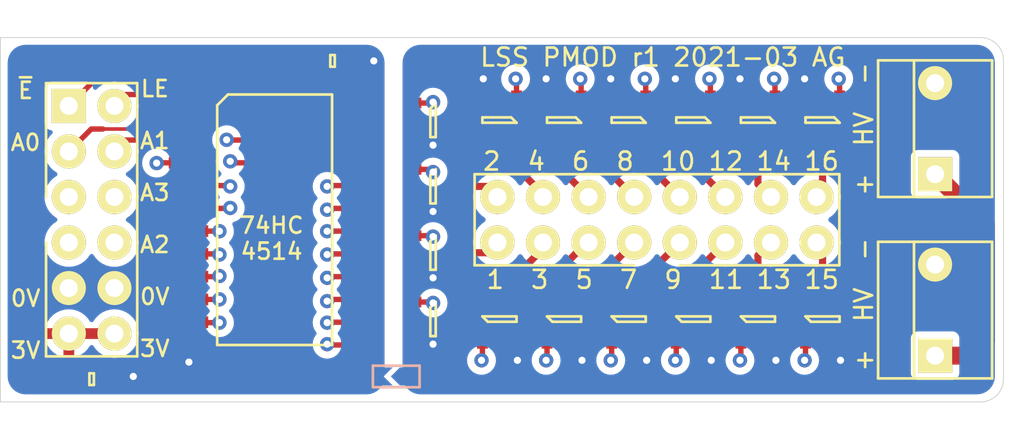
<source format=kicad_pcb>
(kicad_pcb (version 20221018) (generator pcbnew)
  (layers (0 "F.Cu" signal) (1 "In1.Cu" signal) (2 "In2.Cu" signal) (31 "B.Cu" signal) (35 "F.Paste" user) (37 "F.SilkS" user "F.Silkscreen") (38 "B.Mask" user) (39 "F.Mask" user) (44 "Edge.Cuts" user))
  (net 0 "")
  (net 1 "GND")
  (net 2 "3v3")
  (net 3 "/~{E}")
  (net 4 "/A3")
  (net 5 "/A2")
  (net 6 "/G11")
  (net 7 "/G12")
  (net 8 "/G9")
  (net 9 "/G10")
  (net 10 "/G15")
  (net 11 "/G16")
  (net 12 "/G13")
  (net 13 "/G14")
  (net 14 "/G1")
  (net 15 "/G3")
  (net 16 "/G2")
  (net 17 "/G4")
  (net 18 "/G5")
  (net 19 "/G6")
  (net 20 "/G7")
  (net 21 "/G8")
  (net 22 "/A1")
  (net 23 "/A0")
  (net 24 "/LE")
  (net 25 "Net-(J1-Pad1)")
  (net 26 "/HV-")
  (net 28 "/K16")
  (net 29 "/K15")
  (net 30 "/K14")
  (net 31 "/K13")
  (net 32 "/K12")
  (net 33 "/K11")
  (net 34 "/K10")
  (net 35 "/K9")
  (net 36 "/K8")
  (net 37 "/K7")
  (net 38 "/K6")
  (net 39 "/K5")
  (net 40 "/K4")
  (net 41 "/K3")
  (net 42 "/K2")
  (net 43 "/K1")
  (footprint "agg:DIL-254P-12" (layer "F.Cu") (at 106.68 111.76 -90)
    (fp_text reference "J3")
    (fp_text value "PMOD")
    (fp_line (start -7.62 -2.54) (end 7.62 -2.54) (stroke (width 0.15)) (layer "F.SilkS"))
    (fp_line (start -7.62 2.54) (end -7.62 -2.54) (stroke (width 0.15)) (layer "F.SilkS"))
    (fp_line (start -1.27 2.54) (end -7.62 2.54) (stroke (width 0.15)) (layer "F.SilkS"))
    (fp_line (start 7.62 -2.54) (end 7.62 2.54) (stroke (width 0.15)) (layer "F.SilkS"))
    (fp_line (start 7.62 2.54) (end 1.27 2.54) (stroke (width 0.15)) (layer "F.SilkS"))
    (pad "1" thru_hole rect (at -6.35 1.27 270) (size 1.9 1.9) (drill 1) (layers "*.Cu" "*.Mask" "F.SilkS") (net 3 "/~{E}"))
    (pad "2" thru_hole circle (at -6.35 -1.27 270) (size 1.9 1.9) (drill 1) (layers "*.Cu" "*.Mask" "F.SilkS") (net 24 "/LE"))
    (pad "3" thru_hole circle (at -3.81 1.27 270) (size 1.9 1.9) (drill 1) (layers "*.Cu" "*.Mask" "F.SilkS") (net 23 "/A0"))
    (pad "4" thru_hole circle (at -3.81 -1.27 270) (size 1.9 1.9) (drill 1) (layers "*.Cu" "*.Mask" "F.SilkS") (net 22 "/A1"))
    (pad "5" thru_hole circle (at -1.27 1.27 270) (size 1.9 1.9) (drill 1) (layers "*.Cu" "*.Mask" "F.SilkS"))
    (pad "6" thru_hole circle (at -1.27 -1.27 270) (size 1.9 1.9) (drill 1) (layers "*.Cu" "*.Mask" "F.SilkS") (net 4 "/A3"))
    (pad "7" thru_hole circle (at 1.27 1.27 270) (size 1.9 1.9) (drill 1) (layers "*.Cu" "*.Mask" "F.SilkS"))
    (pad "8" thru_hole circle (at 1.27 -1.27 270) (size 1.9 1.9) (drill 1) (layers "*.Cu" "*.Mask" "F.SilkS") (net 5 "/A2"))
    (pad "9" thru_hole circle (at 3.81 1.27 270) (size 1.9 1.9) (drill 1) (layers "*.Cu" "*.Mask" "F.SilkS") (net 1 "GND"))
    (pad "10" thru_hole circle (at 3.81 -1.27 270) (size 1.9 1.9) (drill 1) (layers "*.Cu" "*.Mask" "F.SilkS") (net 1 "GND"))
    (pad "11" thru_hole circle (at 6.35 1.27 270) (size 1.9 1.9) (drill 1) (layers "*.Cu" "*.Mask" "F.SilkS") (net 2 "3v3"))
    (pad "12" thru_hole circle (at 6.35 -1.27 270) (size 1.9 1.9) (drill 1) (layers "*.Cu" "*.Mask" "F.SilkS") (net 2 "3v3"))
  )
  (footprint "agg:MOLEX-KK-254P-03" (layer "F.Cu") (at 153.67 106.68 90)
    (fp_text reference "J2")
    (fp_text value "HV")
    (fp_line (start -3.81 -3.175) (end 3.81 -3.175) (stroke (width 0.15)) (layer "F.SilkS"))
    (fp_line (start -3.81 -1.175) (end 3.81 -1.175) (stroke (width 0.15)) (layer "F.SilkS"))
    (fp_line (start -3.81 3.175) (end -3.81 -3.175) (stroke (width 0.15)) (layer "F.SilkS"))
    (fp_line (start 3.81 -3.175) (end 3.81 3.175) (stroke (width 0.15)) (layer "F.SilkS"))
    (fp_line (start 3.81 3.175) (end -3.81 3.175) (stroke (width 0.15)) (layer "F.SilkS"))
    (pad "1" thru_hole rect (at -2.54 0 90) (size 1.9 1.9) (drill 1) (layers "*.Cu" "*.Mask" "F.SilkS") (net 25 "Net-(J1-Pad1)"))
    (pad "3" thru_hole circle (at 2.54 0 90) (size 1.9 1.9) (drill 1) (layers "*.Cu" "*.Mask" "F.SilkS") (net 26 "/HV-"))
  )
  (footprint "agg:SOT-23" (layer "F.Cu") (at 136.6 117.3 90)
    (fp_text reference "Q9")
    (fp_text value "DMN60H080DS-7")
    (fp_line (start -0.15 -0.65) (end 0.15 -0.95) (stroke (width 0.15)) (layer "F.SilkS"))
    (fp_line (start -0.15 0.95) (end -0.15 -0.65) (stroke (width 0.15)) (layer "F.SilkS"))
    (fp_line (start 0.15 -0.95) (end 0.15 -0.95) (stroke (width 0.15)) (layer "F.SilkS"))
    (fp_line (start 0.15 -0.95) (end 0.15 0.95) (stroke (width 0.15)) (layer "F.SilkS"))
    (fp_line (start 0.15 0.95) (end -0.15 0.95) (stroke (width 0.15)) (layer "F.SilkS"))
    (pad "1" smd rect (at -1.15 -0.95 90) (size 1 0.6) (layers "F.Cu" "F.Paste" "F.Mask") (net 8 "/G9"))
    (pad "2" smd rect (at -1.15 0.95 90) (size 1 0.6) (layers "F.Cu" "F.Paste" "F.Mask") (net 26 "/HV-"))
    (pad "3" smd rect (at 1.15 0 90) (size 1 0.6) (layers "F.Cu" "F.Paste" "F.Mask") (net 35 "/K9"))
  )
  (footprint "agg:SOT-23" (layer "F.Cu") (at 147.4 117.3 90)
    (fp_text reference "Q15")
    (fp_text value "DMN60H080DS-7")
    (fp_line (start -0.15 -0.65) (end 0.15 -0.95) (stroke (width 0.15)) (layer "F.SilkS"))
    (fp_line (start -0.15 0.95) (end -0.15 -0.65) (stroke (width 0.15)) (layer "F.SilkS"))
    (fp_line (start 0.15 -0.95) (end 0.15 -0.95) (stroke (width 0.15)) (layer "F.SilkS"))
    (fp_line (start 0.15 -0.95) (end 0.15 0.95) (stroke (width 0.15)) (layer "F.SilkS"))
    (fp_line (start 0.15 0.95) (end -0.15 0.95) (stroke (width 0.15)) (layer "F.SilkS"))
    (pad "1" smd rect (at -1.15 -0.95 90) (size 1 0.6) (layers "F.Cu" "F.Paste" "F.Mask") (net 10 "/G15"))
    (pad "2" smd rect (at -1.15 0.95 90) (size 1 0.6) (layers "F.Cu" "F.Paste" "F.Mask") (net 26 "/HV-"))
    (pad "3" smd rect (at 1.15 0 90) (size 1 0.6) (layers "F.Cu" "F.Paste" "F.Mask") (net 29 "/K15"))
  )
  (footprint "agg:SOT-23" (layer "F.Cu") (at 125.7 106.2)
    (fp_text reference "Q4")
    (fp_text value "DMN60H080DS-7")
    (fp_line (start -0.15 -0.65) (end 0.15 -0.95) (stroke (width 0.15)) (layer "F.SilkS"))
    (fp_line (start -0.15 0.95) (end -0.15 -0.65) (stroke (width 0.15)) (layer "F.SilkS"))
    (fp_line (start 0.15 -0.95) (end 0.15 -0.95) (stroke (width 0.15)) (layer "F.SilkS"))
    (fp_line (start 0.15 -0.95) (end 0.15 0.95) (stroke (width 0.15)) (layer "F.SilkS"))
    (fp_line (start 0.15 0.95) (end -0.15 0.95) (stroke (width 0.15)) (layer "F.SilkS"))
    (pad "1" smd rect (at -1.15 -0.95) (size 1 0.6) (layers "F.Cu" "F.Paste" "F.Mask") (net 17 "/G4"))
    (pad "2" smd rect (at -1.15 0.95) (size 1 0.6) (layers "F.Cu" "F.Paste" "F.Mask") (net 26 "/HV-"))
    (pad "3" smd rect (at 1.15 0) (size 1 0.6) (layers "F.Cu" "F.Paste" "F.Mask") (net 40 "/K4"))
  )
  (footprint "agg:SOT-23" (layer "F.Cu") (at 136.6 106.2 -90)
    (fp_text reference "Q10")
    (fp_text value "DMN60H080DS-7")
    (fp_line (start -0.15 -0.65) (end 0.15 -0.95) (stroke (width 0.15)) (layer "F.SilkS"))
    (fp_line (start -0.15 0.95) (end -0.15 -0.65) (stroke (width 0.15)) (layer "F.SilkS"))
    (fp_line (start 0.15 -0.95) (end 0.15 -0.95) (stroke (width 0.15)) (layer "F.SilkS"))
    (fp_line (start 0.15 -0.95) (end 0.15 0.95) (stroke (width 0.15)) (layer "F.SilkS"))
    (fp_line (start 0.15 0.95) (end -0.15 0.95) (stroke (width 0.15)) (layer "F.SilkS"))
    (pad "1" smd rect (at -1.15 -0.95 270) (size 1 0.6) (layers "F.Cu" "F.Paste" "F.Mask") (net 9 "/G10"))
    (pad "2" smd rect (at -1.15 0.95 270) (size 1 0.6) (layers "F.Cu" "F.Paste" "F.Mask") (net 26 "/HV-"))
    (pad "3" smd rect (at 1.15 0 270) (size 1 0.6) (layers "F.Cu" "F.Paste" "F.Mask") (net 34 "/K10"))
  )
  (footprint "agg:DIL-254P-16" (layer "F.Cu") (at 138.176 111.76)
    (fp_text reference "J4")
    (fp_text value "CATHODES")
    (fp_line (start -10.16 -2.54) (end 10.16 -2.54) (stroke (width 0.15)) (layer "F.SilkS"))
    (fp_line (start -10.16 2.54) (end -10.16 -2.54) (stroke (width 0.15)) (layer "F.SilkS"))
    (fp_line (start -1.27 2.54) (end -10.16 2.54) (stroke (width 0.15)) (layer "F.SilkS"))
    (fp_line (start 10.16 -2.54) (end 10.16 2.54) (stroke (width 0.15)) (layer "F.SilkS"))
    (fp_line (start 10.16 2.54) (end 1.27 2.54) (stroke (width 0.15)) (layer "F.SilkS"))
    (pad "1" thru_hole circle (at -8.89 1.27) (size 1.9 1.9) (drill 1) (layers "*.Cu" "*.Mask" "F.SilkS") (net 43 "/K1"))
    (pad "2" thru_hole circle (at -8.89 -1.27) (size 1.9 1.9) (drill 1) (layers "*.Cu" "*.Mask" "F.SilkS") (net 42 "/K2"))
    (pad "3" thru_hole circle (at -6.35 1.27) (size 1.9 1.9) (drill 1) (layers "*.Cu" "*.Mask" "F.SilkS") (net 41 "/K3"))
    (pad "4" thru_hole circle (at -6.35 -1.27) (size 1.9 1.9) (drill 1) (layers "*.Cu" "*.Mask" "F.SilkS") (net 40 "/K4"))
    (pad "5" thru_hole circle (at -3.81 1.27) (size 1.9 1.9) (drill 1) (layers "*.Cu" "*.Mask" "F.SilkS") (net 39 "/K5"))
    (pad "6" thru_hole circle (at -3.81 -1.27) (size 1.9 1.9) (drill 1) (layers "*.Cu" "*.Mask" "F.SilkS") (net 38 "/K6"))
    (pad "7" thru_hole circle (at -1.27 1.27) (size 1.9 1.9) (drill 1) (layers "*.Cu" "*.Mask" "F.SilkS") (net 37 "/K7"))
    (pad "8" thru_hole circle (at -1.27 -1.27) (size 1.9 1.9) (drill 1) (layers "*.Cu" "*.Mask" "F.SilkS") (net 36 "/K8"))
    (pad "9" thru_hole circle (at 1.27 1.27) (size 1.9 1.9) (drill 1) (layers "*.Cu" "*.Mask" "F.SilkS") (net 35 "/K9"))
    (pad "10" thru_hole circle (at 1.27 -1.27) (size 1.9 1.9) (drill 1) (layers "*.Cu" "*.Mask" "F.SilkS") (net 34 "/K10"))
    (pad "11" thru_hole circle (at 3.81 1.27) (size 1.9 1.9) (drill 1) (layers "*.Cu" "*.Mask" "F.SilkS") (net 33 "/K11"))
    (pad "12" thru_hole circle (at 3.81 -1.27) (size 1.9 1.9) (drill 1) (layers "*.Cu" "*.Mask" "F.SilkS") (net 32 "/K12"))
    (pad "13" thru_hole circle (at 6.35 1.27) (size 1.9 1.9) (drill 1) (layers "*.Cu" "*.Mask" "F.SilkS") (net 31 "/K13"))
    (pad "14" thru_hole circle (at 6.35 -1.27) (size 1.9 1.9) (drill 1) (layers "*.Cu" "*.Mask" "F.SilkS") (net 30 "/K14"))
    (pad "15" thru_hole circle (at 8.89 1.27) (size 1.9 1.9) (drill 1) (layers "*.Cu" "*.Mask" "F.SilkS") (net 29 "/K15"))
    (pad "16" thru_hole circle (at 8.89 -1.27) (size 1.9 1.9) (drill 1) (layers "*.Cu" "*.Mask" "F.SilkS") (net 28 "/K16"))
  )
  (footprint "agg:SOT-23" (layer "F.Cu") (at 125.7 113.6)
    (fp_text reference "Q1")
    (fp_text value "DMN60H080DS-7")
    (fp_line (start -0.15 -0.65) (end 0.15 -0.95) (stroke (width 0.15)) (layer "F.SilkS"))
    (fp_line (start -0.15 0.95) (end -0.15 -0.65) (stroke (width 0.15)) (layer "F.SilkS"))
    (fp_line (start 0.15 -0.95) (end 0.15 -0.95) (stroke (width 0.15)) (layer "F.SilkS"))
    (fp_line (start 0.15 -0.95) (end 0.15 0.95) (stroke (width 0.15)) (layer "F.SilkS"))
    (fp_line (start 0.15 0.95) (end -0.15 0.95) (stroke (width 0.15)) (layer "F.SilkS"))
    (pad "1" smd rect (at -1.15 -0.95) (size 1 0.6) (layers "F.Cu" "F.Paste" "F.Mask") (net 14 "/G1"))
    (pad "2" smd rect (at -1.15 0.95) (size 1 0.6) (layers "F.Cu" "F.Paste" "F.Mask") (net 26 "/HV-"))
    (pad "3" smd rect (at 1.15 0) (size 1 0.6) (layers "F.Cu" "F.Paste" "F.Mask") (net 43 "/K1"))
  )
  (footprint "agg:SOT-23" (layer "F.Cu") (at 125.7 109.9)
    (fp_text reference "Q2")
    (fp_text value "DMN60H080DS-7")
    (fp_line (start -0.15 -0.65) (end 0.15 -0.95) (stroke (width 0.15)) (layer "F.SilkS"))
    (fp_line (start -0.15 0.95) (end -0.15 -0.65) (stroke (width 0.15)) (layer "F.SilkS"))
    (fp_line (start 0.15 -0.95) (end 0.15 -0.95) (stroke (width 0.15)) (layer "F.SilkS"))
    (fp_line (start 0.15 -0.95) (end 0.15 0.95) (stroke (width 0.15)) (layer "F.SilkS"))
    (fp_line (start 0.15 0.95) (end -0.15 0.95) (stroke (width 0.15)) (layer "F.SilkS"))
    (pad "1" smd rect (at -1.15 -0.95) (size 1 0.6) (layers "F.Cu" "F.Paste" "F.Mask") (net 16 "/G2"))
    (pad "2" smd rect (at -1.15 0.95) (size 1 0.6) (layers "F.Cu" "F.Paste" "F.Mask") (net 26 "/HV-"))
    (pad "3" smd rect (at 1.15 0) (size 1 0.6) (layers "F.Cu" "F.Paste" "F.Mask") (net 42 "/K2"))
  )
  (footprint "agg:SOT-23" (layer "F.Cu") (at 143.8 117.3 90)
    (fp_text reference "Q13")
    (fp_text value "DMN60H080DS-7")
    (fp_line (start -0.15 -0.65) (end 0.15 -0.95) (stroke (width 0.15)) (layer "F.SilkS"))
    (fp_line (start -0.15 0.95) (end -0.15 -0.65) (stroke (width 0.15)) (layer "F.SilkS"))
    (fp_line (start 0.15 -0.95) (end 0.15 -0.95) (stroke (width 0.15)) (layer "F.SilkS"))
    (fp_line (start 0.15 -0.95) (end 0.15 0.95) (stroke (width 0.15)) (layer "F.SilkS"))
    (fp_line (start 0.15 0.95) (end -0.15 0.95) (stroke (width 0.15)) (layer "F.SilkS"))
    (pad "1" smd rect (at -1.15 -0.95 90) (size 1 0.6) (layers "F.Cu" "F.Paste" "F.Mask") (net 12 "/G13"))
    (pad "2" smd rect (at -1.15 0.95 90) (size 1 0.6) (layers "F.Cu" "F.Paste" "F.Mask") (net 26 "/HV-"))
    (pad "3" smd rect (at 1.15 0 90) (size 1 0.6) (layers "F.Cu" "F.Paste" "F.Mask") (net 31 "/K13"))
  )
  (footprint "agg:SOT-23" (layer "F.Cu") (at 147.4 106.2 -90)
    (fp_text reference "Q16")
    (fp_text value "DMN60H080DS-7")
    (fp_line (start -0.15 -0.65) (end 0.15 -0.95) (stroke (width 0.15)) (layer "F.SilkS"))
    (fp_line (start -0.15 0.95) (end -0.15 -0.65) (stroke (width 0.15)) (layer "F.SilkS"))
    (fp_line (start 0.15 -0.95) (end 0.15 -0.95) (stroke (width 0.15)) (layer "F.SilkS"))
    (fp_line (start 0.15 -0.95) (end 0.15 0.95) (stroke (width 0.15)) (layer "F.SilkS"))
    (fp_line (start 0.15 0.95) (end -0.15 0.95) (stroke (width 0.15)) (layer "F.SilkS"))
    (pad "1" smd rect (at -1.15 -0.95 270) (size 1 0.6) (layers "F.Cu" "F.Paste" "F.Mask") (net 11 "/G16"))
    (pad "2" smd rect (at -1.15 0.95 270) (size 1 0.6) (layers "F.Cu" "F.Paste" "F.Mask") (net 26 "/HV-"))
    (pad "3" smd rect (at 1.15 0 270) (size 1 0.6) (layers "F.Cu" "F.Paste" "F.Mask") (net 28 "/K16"))
  )
  (footprint "agg:SOT-23" (layer "F.Cu") (at 125.7 117.3)
    (fp_text reference "Q3")
    (fp_text value "DMN60H080DS-7")
    (fp_line (start -0.15 -0.65) (end 0.15 -0.95) (stroke (width 0.15)) (layer "F.SilkS"))
    (fp_line (start -0.15 0.95) (end -0.15 -0.65) (stroke (width 0.15)) (layer "F.SilkS"))
    (fp_line (start 0.15 -0.95) (end 0.15 -0.95) (stroke (width 0.15)) (layer "F.SilkS"))
    (fp_line (start 0.15 -0.95) (end 0.15 0.95) (stroke (width 0.15)) (layer "F.SilkS"))
    (fp_line (start 0.15 0.95) (end -0.15 0.95) (stroke (width 0.15)) (layer "F.SilkS"))
    (pad "1" smd rect (at -1.15 -0.95) (size 1 0.6) (layers "F.Cu" "F.Paste" "F.Mask") (net 15 "/G3"))
    (pad "2" smd rect (at -1.15 0.95) (size 1 0.6) (layers "F.Cu" "F.Paste" "F.Mask") (net 26 "/HV-"))
    (pad "3" smd rect (at 1.15 0) (size 1 0.6) (layers "F.Cu" "F.Paste" "F.Mask") (net 41 "/K3"))
  )
  (footprint "agg:0603" (layer "F.Cu") (at 106.68 120.65)
    (fp_text reference "C2")
    (fp_text value "100n")
    (fp_line (start -0.125 -0.325) (end 0.125 -0.325) (stroke (width 0.15)) (layer "F.SilkS"))
    (fp_line (start -0.125 0.325) (end -0.125 -0.325) (stroke (width 0.15)) (layer "F.SilkS"))
    (fp_line (start 0.125 -0.325) (end 0.125 0.325) (stroke (width 0.15)) (layer "F.SilkS"))
    (fp_line (start 0.125 0.325) (end -0.125 0.325) (stroke (width 0.15)) (layer "F.SilkS"))
    (pad "1" smd rect (at -0.8 0) (size 0.95 1) (layers "F.Cu" "F.Paste" "F.Mask") (net 2 "3v3"))
    (pad "2" smd rect (at 0.8 0) (size 0.95 1) (layers "F.Cu" "F.Paste" "F.Mask") (net 1 "GND"))
  )
  (footprint "agg:SOT-23" (layer "F.Cu") (at 133 117.3 90)
    (fp_text reference "Q7")
    (fp_text value "DMN60H080DS-7")
    (fp_line (start -0.15 -0.65) (end 0.15 -0.95) (stroke (width 0.15)) (layer "F.SilkS"))
    (fp_line (start -0.15 0.95) (end -0.15 -0.65) (stroke (width 0.15)) (layer "F.SilkS"))
    (fp_line (start 0.15 -0.95) (end 0.15 -0.95) (stroke (width 0.15)) (layer "F.SilkS"))
    (fp_line (start 0.15 -0.95) (end 0.15 0.95) (stroke (width 0.15)) (layer "F.SilkS"))
    (fp_line (start 0.15 0.95) (end -0.15 0.95) (stroke (width 0.15)) (layer "F.SilkS"))
    (pad "1" smd rect (at -1.15 -0.95 90) (size 1 0.6) (layers "F.Cu" "F.Paste" "F.Mask") (net 20 "/G7"))
    (pad "2" smd rect (at -1.15 0.95 90) (size 1 0.6) (layers "F.Cu" "F.Paste" "F.Mask") (net 26 "/HV-"))
    (pad "3" smd rect (at 1.15 0 90) (size 1 0.6) (layers "F.Cu" "F.Paste" "F.Mask") (net 37 "/K7"))
  )
  (footprint "agg:SOT-23" (layer "F.Cu") (at 129.4 117.3 90)
    (fp_text reference "Q5")
    (fp_text value "DMN60H080DS-7")
    (fp_line (start -0.15 -0.65) (end 0.15 -0.95) (stroke (width 0.15)) (layer "F.SilkS"))
    (fp_line (start -0.15 0.95) (end -0.15 -0.65) (stroke (width 0.15)) (layer "F.SilkS"))
    (fp_line (start 0.15 -0.95) (end 0.15 -0.95) (stroke (width 0.15)) (layer "F.SilkS"))
    (fp_line (start 0.15 -0.95) (end 0.15 0.95) (stroke (width 0.15)) (layer "F.SilkS"))
    (fp_line (start 0.15 0.95) (end -0.15 0.95) (stroke (width 0.15)) (layer "F.SilkS"))
    (pad "1" smd rect (at -1.15 -0.95 90) (size 1 0.6) (layers "F.Cu" "F.Paste" "F.Mask") (net 18 "/G5"))
    (pad "2" smd rect (at -1.15 0.95 90) (size 1 0.6) (layers "F.Cu" "F.Paste" "F.Mask") (net 26 "/HV-"))
    (pad "3" smd rect (at 1.15 0 90) (size 1 0.6) (layers "F.Cu" "F.Paste" "F.Mask") (net 39 "/K5"))
  )
  (footprint "agg:SOT-23" (layer "F.Cu") (at 129.4 106.2 -90)
    (fp_text reference "Q6")
    (fp_text value "DMN60H080DS-7")
    (fp_line (start -0.15 -0.65) (end 0.15 -0.95) (stroke (width 0.15)) (layer "F.SilkS"))
    (fp_line (start -0.15 0.95) (end -0.15 -0.65) (stroke (width 0.15)) (layer "F.SilkS"))
    (fp_line (start 0.15 -0.95) (end 0.15 -0.95) (stroke (width 0.15)) (layer "F.SilkS"))
    (fp_line (start 0.15 -0.95) (end 0.15 0.95) (stroke (width 0.15)) (layer "F.SilkS"))
    (fp_line (start 0.15 0.95) (end -0.15 0.95) (stroke (width 0.15)) (layer "F.SilkS"))
    (pad "1" smd rect (at -1.15 -0.95 270) (size 1 0.6) (layers "F.Cu" "F.Paste" "F.Mask") (net 19 "/G6"))
    (pad "2" smd rect (at -1.15 0.95 270) (size 1 0.6) (layers "F.Cu" "F.Paste" "F.Mask") (net 26 "/HV-"))
    (pad "3" smd rect (at 1.15 0 270) (size 1 0.6) (layers "F.Cu" "F.Paste" "F.Mask") (net 38 "/K6"))
  )
  (footprint "agg:SOT-23" (layer "F.Cu") (at 140.2 106.2 -90)
    (fp_text reference "Q12")
    (fp_text value "DMN60H080DS-7")
    (fp_line (start -0.15 -0.65) (end 0.15 -0.95) (stroke (width 0.15)) (layer "F.SilkS"))
    (fp_line (start -0.15 0.95) (end -0.15 -0.65) (stroke (width 0.15)) (layer "F.SilkS"))
    (fp_line (start 0.15 -0.95) (end 0.15 -0.95) (stroke (width 0.15)) (layer "F.SilkS"))
    (fp_line (start 0.15 -0.95) (end 0.15 0.95) (stroke (width 0.15)) (layer "F.SilkS"))
    (fp_line (start 0.15 0.95) (end -0.15 0.95) (stroke (width 0.15)) (layer "F.SilkS"))
    (pad "1" smd rect (at -1.15 -0.95 270) (size 1 0.6) (layers "F.Cu" "F.Paste" "F.Mask") (net 7 "/G12"))
    (pad "2" smd rect (at -1.15 0.95 270) (size 1 0.6) (layers "F.Cu" "F.Paste" "F.Mask") (net 26 "/HV-"))
    (pad "3" smd rect (at 1.15 0 270) (size 1 0.6) (layers "F.Cu" "F.Paste" "F.Mask") (net 32 "/K12"))
  )
  (footprint "agg:SOT-23" (layer "F.Cu") (at 140.2 117.3 90)
    (fp_text reference "Q11")
    (fp_text value "DMN60H080DS-7")
    (fp_line (start -0.15 -0.65) (end 0.15 -0.95) (stroke (width 0.15)) (layer "F.SilkS"))
    (fp_line (start -0.15 0.95) (end -0.15 -0.65) (stroke (width 0.15)) (layer "F.SilkS"))
    (fp_line (start 0.15 -0.95) (end 0.15 -0.95) (stroke (width 0.15)) (layer "F.SilkS"))
    (fp_line (start 0.15 -0.95) (end 0.15 0.95) (stroke (width 0.15)) (layer "F.SilkS"))
    (fp_line (start 0.15 0.95) (end -0.15 0.95) (stroke (width 0.15)) (layer "F.SilkS"))
    (pad "1" smd rect (at -1.15 -0.95 90) (size 1 0.6) (layers "F.Cu" "F.Paste" "F.Mask") (net 6 "/G11"))
    (pad "2" smd rect (at -1.15 0.95 90) (size 1 0.6) (layers "F.Cu" "F.Paste" "F.Mask") (net 26 "/HV-"))
    (pad "3" smd rect (at 1.15 0 90) (size 1 0.6) (layers "F.Cu" "F.Paste" "F.Mask") (net 33 "/K11"))
  )
  (footprint "agg:0603" (layer "F.Cu") (at 120.1 102.9 180)
    (fp_text reference "C1")
    (fp_text value "100n")
    (fp_line (start -0.125 -0.325) (end 0.125 -0.325) (stroke (width 0.15)) (layer "F.SilkS"))
    (fp_line (start -0.125 0.325) (end -0.125 -0.325) (stroke (width 0.15)) (layer "F.SilkS"))
    (fp_line (start 0.125 -0.325) (end 0.125 0.325) (stroke (width 0.15)) (layer "F.SilkS"))
    (fp_line (start 0.125 0.325) (end -0.125 0.325) (stroke (width 0.15)) (layer "F.SilkS"))
    (pad "1" smd rect (at -0.8 0 180) (size 0.95 1) (layers "F.Cu" "F.Paste" "F.Mask") (net 1 "GND"))
    (pad "2" smd rect (at 0.8 0 180) (size 0.95 1) (layers "F.Cu" "F.Paste" "F.Mask") (net 2 "3v3"))
  )
  (footprint "agg:SOIC-24-W" (layer "F.Cu") (at 116.875 111.76)
    (fp_text reference "IC1")
    (fp_text value "74HC4514")
    (fp_line (start -3.2 -6.385) (end -2.6 -6.985) (stroke (width 0.15)) (layer "F.SilkS"))
    (fp_line (start -3.2 6.985) (end -3.2 -6.385) (stroke (width 0.15)) (layer "F.SilkS"))
    (fp_line (start -2.6 -6.985) (end 3.2 -6.985) (stroke (width 0.15)) (layer "F.SilkS"))
    (fp_line (start 3.2 -6.985) (end 3.2 6.985) (stroke (width 0.15)) (layer "F.SilkS"))
    (fp_line (start 3.2 6.985) (end -3.2 6.985) (stroke (width 0.15)) (layer "F.SilkS"))
    (pad "1" smd rect (at -4.8 -6.985) (size 2.2 0.65) (layers "F.Cu" "F.Paste" "F.Mask") (net 24 "/LE"))
    (pad "2" smd rect (at -4.8 -5.715) (size 2.2 0.65) (layers "F.Cu" "F.Paste" "F.Mask") (net 23 "/A0"))
    (pad "3" smd rect (at -4.8 -4.445) (size 2.2 0.65) (layers "F.Cu" "F.Paste" "F.Mask") (net 22 "/A1"))
    (pad "4" smd rect (at -4.8 -3.175) (size 2.2 0.65) (layers "F.Cu" "F.Paste" "F.Mask") (net 21 "/G8"))
    (pad "5" smd rect (at -4.8 -1.905) (size 2.2 0.65) (layers "F.Cu" "F.Paste" "F.Mask") (net 20 "/G7"))
    (pad "6" smd rect (at -4.8 -0.635) (size 2.2 0.65) (layers "F.Cu" "F.Paste" "F.Mask") (net 19 "/G6"))
    (pad "7" smd rect (at -4.8 0.635) (size 2.2 0.65) (layers "F.Cu" "F.Paste" "F.Mask") (net 18 "/G5"))
    (pad "8" smd rect (at -4.8 1.905) (size 2.2 0.65) (layers "F.Cu" "F.Paste" "F.Mask") (net 17 "/G4"))
    (pad "9" smd rect (at -4.8 3.175) (size 2.2 0.65) (layers "F.Cu" "F.Paste" "F.Mask") (net 16 "/G2"))
    (pad "10" smd rect (at -4.8 4.445) (size 2.2 0.65) (layers "F.Cu" "F.Paste" "F.Mask") (net 15 "/G3"))
    (pad "11" smd rect (at -4.8 5.715) (size 2.2 0.65) (layers "F.Cu" "F.Paste" "F.Mask") (net 14 "/G1"))
    (pad "12" smd rect (at -4.8 6.985) (size 2.2 0.65) (layers "F.Cu" "F.Paste" "F.Mask") (net 1 "GND"))
    (pad "13" smd rect (at 4.8 6.985) (size 2.2 0.65) (layers "F.Cu" "F.Paste" "F.Mask") (net 13 "/G14"))
    (pad "14" smd rect (at 4.8 5.715) (size 2.2 0.65) (layers "F.Cu" "F.Paste" "F.Mask") (net 12 "/G13"))
    (pad "15" smd rect (at 4.8 4.445) (size 2.2 0.65) (layers "F.Cu" "F.Paste" "F.Mask") (net 11 "/G16"))
    (pad "16" smd rect (at 4.8 3.175) (size 2.2 0.65) (layers "F.Cu" "F.Paste" "F.Mask") (net 10 "/G15"))
    (pad "17" smd rect (at 4.8 1.905) (size 2.2 0.65) (layers "F.Cu" "F.Paste" "F.Mask") (net 9 "/G10"))
    (pad "18" smd rect (at 4.8 0.635) (size 2.2 0.65) (layers "F.Cu" "F.Paste" "F.Mask") (net 8 "/G9"))
    (pad "19" smd rect (at 4.8 -0.635) (size 2.2 0.65) (layers "F.Cu" "F.Paste" "F.Mask") (net 7 "/G12"))
    (pad "20" smd rect (at 4.8 -1.905) (size 2.2 0.65) (layers "F.Cu" "F.Paste" "F.Mask") (net 6 "/G11"))
    (pad "21" smd rect (at 4.8 -3.175) (size 2.2 0.65) (layers "F.Cu" "F.Paste" "F.Mask") (net 5 "/A2"))
    (pad "22" smd rect (at 4.8 -4.445) (size 2.2 0.65) (layers "F.Cu" "F.Paste" "F.Mask") (net 4 "/A3"))
    (pad "23" smd rect (at 4.8 -5.715) (size 2.2 0.65) (layers "F.Cu" "F.Paste" "F.Mask") (net 3 "/~{E}"))
    (pad "24" smd rect (at 4.8 -6.985) (size 2.2 0.65) (layers "F.Cu" "F.Paste" "F.Mask") (net 2 "3v3"))
  )
  (footprint "agg:SOT-23" (layer "F.Cu") (at 133 106.2 -90)
    (fp_text reference "Q8")
    (fp_text value "DMN60H080DS-7")
    (fp_line (start -0.15 -0.65) (end 0.15 -0.95) (stroke (width 0.15)) (layer "F.SilkS"))
    (fp_line (start -0.15 0.95) (end -0.15 -0.65) (stroke (width 0.15)) (layer "F.SilkS"))
    (fp_line (start 0.15 -0.95) (end 0.15 -0.95) (stroke (width 0.15)) (layer "F.SilkS"))
    (fp_line (start 0.15 -0.95) (end 0.15 0.95) (stroke (width 0.15)) (layer "F.SilkS"))
    (fp_line (start 0.15 0.95) (end -0.15 0.95) (stroke (width 0.15)) (layer "F.SilkS"))
    (pad "1" smd rect (at -1.15 -0.95 270) (size 1 0.6) (layers "F.Cu" "F.Paste" "F.Mask") (net 21 "/G8"))
    (pad "2" smd rect (at -1.15 0.95 270) (size 1 0.6) (layers "F.Cu" "F.Paste" "F.Mask") (net 26 "/HV-"))
    (pad "3" smd rect (at 1.15 0 270) (size 1 0.6) (layers "F.Cu" "F.Paste" "F.Mask") (net 36 "/K8"))
  )
  (footprint "agg:MOLEX-KK-254P-03" (layer "F.Cu") (at 153.67 116.8 90)
    (fp_text reference "J1")
    (fp_text value "HV")
    (fp_line (start -3.81 -3.175) (end 3.81 -3.175) (stroke (width 0.15)) (layer "F.SilkS"))
    (fp_line (start -3.81 -1.175) (end 3.81 -1.175) (stroke (width 0.15)) (layer "F.SilkS"))
    (fp_line (start -3.81 3.175) (end -3.81 -3.175) (stroke (width 0.15)) (layer "F.SilkS"))
    (fp_line (start 3.81 -3.175) (end 3.81 3.175) (stroke (width 0.15)) (layer "F.SilkS"))
    (fp_line (start 3.81 3.175) (end -3.81 3.175) (stroke (width 0.15)) (layer "F.SilkS"))
    (pad "1" thru_hole rect (at -2.54 0 90) (size 1.9 1.9) (drill 1) (layers "*.Cu" "*.Mask" "F.SilkS") (net 25 "Net-(J1-Pad1)"))
    (pad "3" thru_hole circle (at 2.54 0 90) (size 1.9 1.9) (drill 1) (layers "*.Cu" "*.Mask" "F.SilkS") (net 26 "/HV-"))
  )
  (footprint "agg:SOT-23" (layer "F.Cu") (at 143.8 106.2 -90)
    (fp_text reference "Q14")
    (fp_text value "DMN60H080DS-7")
    (fp_line (start -0.15 -0.65) (end 0.15 -0.95) (stroke (width 0.15)) (layer "F.SilkS"))
    (fp_line (start -0.15 0.95) (end -0.15 -0.65) (stroke (width 0.15)) (layer "F.SilkS"))
    (fp_line (start 0.15 -0.95) (end 0.15 -0.95) (stroke (width 0.15)) (layer "F.SilkS"))
    (fp_line (start 0.15 -0.95) (end 0.15 0.95) (stroke (width 0.15)) (layer "F.SilkS"))
    (fp_line (start 0.15 0.95) (end -0.15 0.95) (stroke (width 0.15)) (layer "F.SilkS"))
    (pad "1" smd rect (at -1.15 -0.95 270) (size 1 0.6) (layers "F.Cu" "F.Paste" "F.Mask") (net 13 "/G14"))
    (pad "2" smd rect (at -1.15 0.95 270) (size 1 0.6) (layers "F.Cu" "F.Paste" "F.Mask") (net 26 "/HV-"))
    (pad "3" smd rect (at 1.15 0 270) (size 1 0.6) (layers "F.Cu" "F.Paste" "F.Mask") (net 30 "/K14"))
  )
  (footprint "agg:SJ2" (layer "B.Cu") (at 123.5 120.5 180)
    (fp_text reference "J5")
    (fp_text value "SJ2")
    (fp_line (start -1.45 -0.6) (end 1.15 -0.6) (stroke (width 0.15)) (layer "B.SilkS"))
    (fp_line (start -1.45 0.6) (end -1.45 -0.6) (stroke (width 0.15)) (layer "B.SilkS"))
    (fp_line (start 1.15 -0.6) (end 1.15 0.6) (stroke (width 0.15)) (layer "B.SilkS"))
    (fp_line (start 1.15 0.6) (end -1.45 0.6) (stroke (width 0.15)) (layer "B.SilkS"))
    (pad "1" smd custom (at -0.85 0 180) (size 1 1) (layers "B.Cu" "B.Mask") (net 26 "/HV-") (options (clearance outline) (anchor rect)) (primitives (gr_poly (pts (xy 0.5 -0.5) (xy 1 0) (xy 0.5 0.5)) (width 0) (fill yes))))
    (pad "2" smd custom (at 0.85 0 180) (size 0.4 0.4) (layers "B.Cu" "B.Mask") (net 1 "GND") (options (clearance outline) (anchor rect)) (primitives (gr_poly (pts (xy -0.8 -0.5) (xy -0.3 0) (xy -0.8 0.5) (xy 0.2 0.5) (xy 0.2 -0.5)) (width 0) (fill yes))))
  )
  (gr_arc (start 156.21 101.6) (mid 157.108026 101.971974) (end 157.48 102.87) (stroke (width 0.05)) (layer "Edge.Cuts"))
  (gr_line (start 156.21 101.6) (end 101.6 101.6) (stroke (width 0.05)) (layer "Edge.Cuts"))
  (gr_arc (start 157.48 120.65) (mid 157.108026 121.548026) (end 156.21 121.92) (stroke (width 0.05)) (layer "Edge.Cuts"))
  (gr_line (start 101.6 121.92) (end 156.21 121.92) (stroke (width 0.05)) (layer "Edge.Cuts"))
  (gr_line (start 157.48 120.65) (end 157.48 102.87) (stroke (width 0.05)) (layer "Edge.Cuts"))
  (gr_line (start 101.6 101.6) (end 101.6 121.92) (stroke (width 0.05)) (layer "Edge.Cuts"))
  (gr_text "74HC\n4514" (at 116.7 112.8) (layer "F.SilkS") (effects (font (size 0.9 0.9))))
  (gr_text "LSS PMOD r1 2021-03 AG" (at 138.5 102.7) (layer "F.SilkS") (effects (font (size 1 1))))
  (gr_text "LE\n\nA1\n\nA3\n\nA2\n\n0V\n\n3V" (at 110.2 111.7) (layer "F.SilkS") (effects (font (size 0.9 0.9))))
  (gr_text "1  3  5  7  9  11 13 15" (at 138.5 115.1) (layer "F.SilkS") (effects (font (size 1 1))))
  (gr_text "~{E}\n\nA0\n\n\n\n\n\n0V\n\n3V" (at 103 111.8) (layer "F.SilkS") (effects (font (size 0.9 0.9))))
  (gr_text "+  HV  -" (at 149.7 116.5 90) (layer "F.SilkS") (effects (font (size 1 1))))
  (gr_text "+  HV  -" (at 149.7 106.7 90) (layer "F.SilkS") (effects (font (size 1 1))))
  (gr_text "2  4  6  8  10 12 14 16" (at 138.4 108.5) (layer "F.SilkS") (effects (font (size 1 1))))
  (segment (start 120.9 102.9) (end 122.4 102.9) (width 0.6) (layer "F.Cu") (net 1))
  (segment (start 107.48 120.65) (end 108.85 120.65) (width 0.6) (layer "F.Cu") (net 1))
  (segment (start 108.85 120.65) (end 109 120.5) (width 0.6) (layer "F.Cu") (net 1))
  (segment (start 112.075 118.745) (end 112.075 119.675) (width 0.3) (layer "F.Cu") (net 1))
  (segment (start 112.075 119.675) (end 112.1 119.7) (width 0.3) (layer "F.Cu") (net 1))
  (via (at 122.4 102.9) (size 0.8) (drill 0.4) (layers "F.Cu" "B.Cu") (net 1))
  (via (at 112.1 119.7) (size 0.8) (drill 0.4) (layers "F.Cu" "B.Cu") (net 1))
  (via (at 109 120.5) (size 0.8) (drill 0.4) (layers "F.Cu" "B.Cu") (net 1))
  (segment (start 103.8 102.6) (end 114.4 102.6) (width 0.6) (layer "F.Cu") (net 2))
  (segment (start 105.41 118.11) (end 107.95 118.11) (width 0.6) (layer "F.Cu") (net 2))
  (segment (start 103 111.6) (end 103 103.4) (width 0.6) (layer "F.Cu") (net 2))
  (segment (start 119.3 104.1) (end 119.3 102.9) (width 0.6) (layer "F.Cu") (net 2))
  (segment (start 105.41 118.11) (end 103.61 118.11) (width 0.6) (layer "F.Cu") (net 2))
  (segment (start 105.41 120.18) (end 105.88 120.65) (width 0.6) (layer "F.Cu") (net 2))
  (segment (start 121.7 104.75) (end 121.675 104.775) (width 0.3) (layer "F.Cu") (net 2))
  (segment (start 114.7 102.9) (end 119.3 102.9) (width 0.6) (layer "F.Cu") (net 2))
  (segment (start 103 117.5) (end 103 111.6) (width 0.6) (layer "F.Cu") (net 2))
  (segment (start 119.975 104.775) (end 119.3 104.1) (width 0.6) (layer "F.Cu") (net 2))
  (segment (start 103 103.4) (end 103.8 102.6) (width 0.6) (layer "F.Cu") (net 2))
  (segment (start 114.4 102.6) (end 114.7 102.9) (width 0.6) (layer "F.Cu") (net 2))
  (segment (start 105.41 118.11) (end 105.41 120.18) (width 0.6) (layer "F.Cu") (net 2))
  (segment (start 121.675 104.775) (end 119.975 104.775) (width 0.6) (layer "F.Cu") (net 2))
  (segment (start 103.61 118.11) (end 103 117.5) (width 0.6) (layer "F.Cu") (net 2))
  (segment (start 103 111.6) (end 103 110.5) (width 0.6) (layer "F.Cu") (net 2))
  (segment (start 113.8 103.6) (end 107.22 103.6) (width 0.3) (layer "F.Cu") (net 3))
  (segment (start 116.245 106.045) (end 113.8 103.6) (width 0.3) (layer "F.Cu") (net 3))
  (segment (start 121.675 106.045) (end 116.245 106.045) (width 0.3) (layer "F.Cu") (net 3))
  (segment (start 107.22 103.6) (end 105.41 105.41) (width 0.3) (layer "F.Cu") (net 3))
  (segment (start 114.215 107.315) (end 114.2 107.3) (width 0.3) (layer "F.Cu") (net 4))
  (segment (start 121.675 107.315) (end 114.215 107.315) (width 0.3) (layer "F.Cu") (net 4))
  (via (at 114.2 107.3) (size 0.8) (drill 0.4) (layers "F.Cu" "B.Cu") (net 4))
  (segment (start 121.675 108.585) (end 114.485 108.585) (width 0.3) (layer "F.Cu") (net 5))
  (segment (start 114.485 108.585) (end 114.4 108.5) (width 0.3) (layer "F.Cu") (net 5))
  (via (at 114.4 108.5) (size 0.8) (drill 0.4) (layers "F.Cu" "B.Cu") (net 5))
  (segment (start 119.845 109.855) (end 119.8 109.9) (width 0.3) (layer "F.Cu") (net 6))
  (segment (start 139.25 118.45) (end 139.25 119.55) (width 0.3) (layer "F.Cu") (net 6))
  (segment (start 139.25 119.55) (end 139.2 119.6) (width 0.3) (layer "F.Cu") (net 6))
  (segment (start 121.675 109.855) (end 119.845 109.855) (width 0.3) (layer "F.Cu") (net 6))
  (via (at 139.2 119.6) (size 0.8) (drill 0.4) (layers "F.Cu" "B.Cu") (net 6))
  (via (at 119.8 109.9) (size 0.8) (drill 0.4) (layers "F.Cu" "B.Cu") (net 6))
  (segment (start 141.15 103.95) (end 141.1 103.9) (width 0.3) (layer "F.Cu") (net 7))
  (segment (start 119.875 111.125) (end 119.8 111.2) (width 0.3) (layer "F.Cu") (net 7))
  (segment (start 141.15 105.05) (end 141.15 103.95) (width 0.3) (layer "F.Cu") (net 7))
  (segment (start 121.675 111.125) (end 119.875 111.125) (width 0.3) (layer "F.Cu") (net 7))
  (via (at 119.8 111.2) (size 0.8) (drill 0.4) (layers "F.Cu" "B.Cu") (net 7))
  (via (at 141.1 103.9) (size 0.8) (drill 0.4) (layers "F.Cu" "B.Cu") (net 7))
  (segment (start 135.65 118.45) (end 135.65 119.55) (width 0.3) (layer "F.Cu") (net 8))
  (segment (start 121.675 112.395) (end 119.805 112.395) (width 0.3) (layer "F.Cu") (net 8))
  (segment (start 135.65 119.55) (end 135.6 119.6) (width 0.3) (layer "F.Cu") (net 8))
  (segment (start 119.805 112.395) (end 119.8 112.4) (width 0.3) (layer "F.Cu") (net 8))
  (via (at 135.6 119.6) (size 0.8) (drill 0.4) (layers "F.Cu" "B.Cu") (net 8))
  (via (at 119.8 112.4) (size 0.8) (drill 0.4) (layers "F.Cu" "B.Cu") (net 8))
  (segment (start 121.675 113.665) (end 119.835 113.665) (width 0.3) (layer "F.Cu") (net 9))
  (segment (start 137.55 103.95) (end 137.5 103.9) (width 0.3) (layer "F.Cu") (net 9))
  (segment (start 119.835 113.665) (end 119.8 113.7) (width 0.3) (layer "F.Cu") (net 9))
  (segment (start 137.55 105.05) (end 137.55 103.95) (width 0.3) (layer "F.Cu") (net 9))
  (via (at 137.5 103.9) (size 0.8) (drill 0.4) (layers "F.Cu" "B.Cu") (net 9))
  (via (at 119.8 113.7) (size 0.8) (drill 0.4) (layers "F.Cu" "B.Cu") (net 9))
  (segment (start 119.865 114.935) (end 119.8 115) (width 0.3) (layer "F.Cu") (net 10))
  (segment (start 146.45 119.55) (end 146.4 119.6) (width 0.3) (layer "F.Cu") (net 10))
  (segment (start 121.675 114.935) (end 119.865 114.935) (width 0.3) (layer "F.Cu") (net 10))
  (segment (start 146.45 118.45) (end 146.45 119.55) (width 0.3) (layer "F.Cu") (net 10))
  (via (at 119.8 115) (size 0.8) (drill 0.4) (layers "F.Cu" "B.Cu") (net 10))
  (via (at 146.4 119.6) (size 0.8) (drill 0.4) (layers "F.Cu" "B.Cu") (net 10))
  (segment (start 121.675 116.205) (end 119.895 116.205) (width 0.3) (layer "F.Cu") (net 11))
  (segment (start 148.35 103.95) (end 148.3 103.9) (width 0.3) (layer "F.Cu") (net 11))
  (segment (start 148.35 105.05) (end 148.35 103.95) (width 0.3) (layer "F.Cu") (net 11))
  (segment (start 119.895 116.205) (end 119.8 116.3) (width 0.3) (layer "F.Cu") (net 11))
  (via (at 119.8 116.3) (size 0.8) (drill 0.4) (layers "F.Cu" "B.Cu") (net 11))
  (via (at 148.3 103.9) (size 0.8) (drill 0.4) (layers "F.Cu" "B.Cu") (net 11))
  (segment (start 142.85 118.45) (end 142.85 119.55) (width 0.3) (layer "F.Cu") (net 12))
  (segment (start 142.85 119.55) (end 142.8 119.6) (width 0.3) (layer "F.Cu") (net 12))
  (segment (start 121.675 117.475) (end 119.825 117.475) (width 0.3) (layer "F.Cu") (net 12))
  (segment (start 119.825 117.475) (end 119.8 117.5) (width 0.3) (layer "F.Cu") (net 12))
  (via (at 119.8 117.5) (size 0.8) (drill 0.4) (layers "F.Cu" "B.Cu") (net 12))
  (via (at 142.8 119.6) (size 0.8) (drill 0.4) (layers "F.Cu" "B.Cu") (net 12))
  (segment (start 144.75 103.95) (end 144.7 103.9) (width 0.3) (layer "F.Cu") (net 13))
  (segment (start 119.845 118.745) (end 119.8 118.7) (width 0.3) (layer "F.Cu") (net 13))
  (segment (start 144.75 105.05) (end 144.75 103.95) (width 0.3) (layer "F.Cu") (net 13))
  (segment (start 121.675 118.745) (end 119.845 118.745) (width 0.3) (layer "F.Cu") (net 13))
  (via (at 144.7 103.9) (size 0.8) (drill 0.4) (layers "F.Cu" "B.Cu") (net 13))
  (via (at 119.8 118.7) (size 0.8) (drill 0.4) (layers "F.Cu" "B.Cu") (net 13))
  (segment (start 112.075 117.475) (end 112.1 117.5) (width 0.3) (layer "F.Cu") (net 14))
  (segment (start 124.55 112.65) (end 125.65 112.65) (width 0.3) (layer "F.Cu") (net 14))
  (segment (start 112.1 117.5) (end 113.8 117.5) (width 0.3) (layer "F.Cu") (net 14))
  (segment (start 125.65 112.65) (end 125.7 112.7) (width 0.3) (layer "F.Cu") (net 14))
  (via (at 113.8 117.5) (size 0.8) (drill 0.4) (layers "F.Cu" "B.Cu") (net 14))
  (via (at 125.7 112.7) (size 0.8) (drill 0.4) (layers "F.Cu" "B.Cu") (net 14))
  (segment (start 112.075 116.205) (end 113.795 116.205) (width 0.3) (layer "F.Cu") (net 15))
  (segment (start 125.65 116.35) (end 125.7 116.4) (width 0.3) (layer "F.Cu") (net 15))
  (segment (start 113.795 116.205) (end 113.8 116.2) (width 0.3) (layer "F.Cu") (net 15))
  (segment (start 124.55 116.35) (end 125.65 116.35) (width 0.3) (layer "F.Cu") (net 15))
  (via (at 125.7 116.4) (size 0.8) (drill 0.4) (layers "F.Cu" "B.Cu") (net 15))
  (via (at 113.8 116.2) (size 0.8) (drill 0.4) (layers "F.Cu" "B.Cu") (net 15))
  (segment (start 113.765 114.935) (end 113.8 114.9) (width 0.3) (layer "F.Cu") (net 16))
  (segment (start 125.55 108.95) (end 125.7 109.1) (width 0.3) (layer "F.Cu") (net 16))
  (segment (start 124.55 108.95) (end 125.55 108.95) (width 0.3) (layer "F.Cu") (net 16))
  (segment (start 112.075 114.935) (end 113.765 114.935) (width 0.3) (layer "F.Cu") (net 16))
  (via (at 113.8 114.9) (size 0.8) (drill 0.4) (layers "F.Cu" "B.Cu") (net 16))
  (via (at 125.7 109.1) (size 0.8) (drill 0.4) (layers "F.Cu" "B.Cu") (net 16))
  (segment (start 113.765 113.665) (end 113.8 113.7) (width 0.3) (layer "F.Cu") (net 17))
  (segment (start 124.55 105.25) (end 125.65 105.25) (width 0.3) (layer "F.Cu") (net 17))
  (segment (start 125.65 105.25) (end 125.7 105.2) (width 0.3) (layer "F.Cu") (net 17))
  (segment (start 112.075 113.665) (end 113.765 113.665) (width 0.3) (layer "F.Cu") (net 17))
  (via (at 113.8 113.7) (size 0.8) (drill 0.4) (layers "F.Cu" "B.Cu") (net 17))
  (via (at 125.7 105.2) (size 0.8) (drill 0.4) (layers "F.Cu" "B.Cu") (net 17))
  (segment (start 113.795 112.395) (end 113.8 112.4) (width 0.3) (layer "F.Cu") (net 18))
  (segment (start 128.45 119.55) (end 128.4 119.6) (width 0.3) (layer "F.Cu") (net 18))
  (segment (start 128.45 118.45) (end 128.45 119.55) (width 0.3) (layer "F.Cu") (net 18))
  (segment (start 112.075 112.395) (end 113.795 112.395) (width 0.3) (layer "F.Cu") (net 18))
  (via (at 113.8 112.4) (size 0.8) (drill 0.4) (layers "F.Cu" "B.Cu") (net 18))
  (via (at 128.4 119.6) (size 0.8) (drill 0.4) (layers "F.Cu" "B.Cu") (net 18))
  (segment (start 130.35 103.95) (end 130.3 103.9) (width 0.3) (layer "F.Cu") (net 19))
  (segment (start 112.075 111.125) (end 114.375 111.125) (width 0.3) (layer "F.Cu") (net 19))
  (segment (start 114.375 111.125) (end 114.4 111.1) (width 0.3) (layer "F.Cu") (net 19))
  (segment (start 130.35 105.05) (end 130.35 103.95) (width 0.3) (layer "F.Cu") (net 19))
  (via (at 114.4 111.1) (size 0.8) (drill 0.4) (layers "F.Cu" "B.Cu") (net 19))
  (via (at 130.3 103.9) (size 0.8) (drill 0.4) (layers "F.Cu" "B.Cu") (net 19))
  (segment (start 112.075 109.855) (end 114.355 109.855) (width 0.3) (layer "F.Cu") (net 20))
  (segment (start 132.05 119.55) (end 132 119.6) (width 0.3) (layer "F.Cu") (net 20))
  (segment (start 132.05 118.45) (end 132.05 119.55) (width 0.3) (layer "F.Cu") (net 20))
  (segment (start 114.355 109.855) (end 114.4 109.9) (width 0.3) (layer "F.Cu") (net 20))
  (via (at 114.4 109.9) (size 0.8) (drill 0.4) (layers "F.Cu" "B.Cu") (net 20))
  (via (at 132 119.6) (size 0.8) (drill 0.4) (layers "F.Cu" "B.Cu") (net 20))
  (segment (start 112.075 108.585) (end 110.315 108.585) (width 0.3) (layer "F.Cu") (net 21))
  (segment (start 133.95 103.95) (end 133.9 103.9) (width 0.3) (layer "F.Cu") (net 21))
  (segment (start 133.95 105.05) (end 133.95 103.95) (width 0.3) (layer "F.Cu") (net 21))
  (segment (start 110.315 108.585) (end 110.3 108.6) (width 0.3) (layer "F.Cu") (net 21))
  (via (at 133.9 103.9) (size 0.8) (drill 0.4) (layers "F.Cu" "B.Cu") (net 21))
  (via (at 110.3 108.6) (size 0.8) (drill 0.4) (layers "F.Cu" "B.Cu") (net 21))
  (segment (start 112.075 107.315) (end 108.585 107.315) (width 0.3) (layer "F.Cu") (net 22))
  (segment (start 108.585 107.315) (end 107.95 107.95) (width 0.3) (layer "F.Cu") (net 22))
  (segment (start 107.3 106.7) (end 106.66 106.7) (width 0.3) (layer "F.Cu") (net 23))
  (segment (start 108.8 106.7) (end 107.3 106.7) (width 0.2) (layer "F.Cu") (net 23))
  (segment (start 112.075 106.045) (end 109.455 106.045) (width 0.3) (layer "F.Cu") (net 23))
  (segment (start 106.66 106.7) (end 105.41 107.95) (width 0.3) (layer "F.Cu") (net 23))
  (segment (start 109.455 106.045) (end 108.8 106.7) (width 0.3) (layer "F.Cu") (net 23))
  (segment (start 112.075 104.775) (end 108.585 104.775) (width 0.3) (layer "F.Cu") (net 24))
  (segment (start 108.585 104.775) (end 107.95 105.41) (width 0.3) (layer "F.Cu") (net 24))
  (segment (start 156.5 112.05) (end 153.67 109.22) (width 1) (layer "F.Cu") (net 25))
  (segment (start 155.66 119.34) (end 156.5 118.5) (width 1) (layer "F.Cu") (net 25))
  (segment (start 156.5 118.5) (end 156.5 112.05) (width 1) (layer "F.Cu") (net 25))
  (segment (start 153.67 119.34) (end 155.66 119.34) (width 1) (layer "F.Cu") (net 25))
  (segment (start 141.15 118.45) (end 141.15 119.55) (width 0.6) (layer "F.Cu") (net 26))
  (segment (start 125.25 107.15) (end 125.7 107.6) (width 0.6) (layer "F.Cu") (net 26))
  (segment (start 128.45 103.95) (end 128.5 103.9) (width 0.6) (layer "F.Cu") (net 26))
  (segment (start 144.75 118.45) (end 144.75 119.55) (width 0.6) (layer "F.Cu") (net 26))
  (segment (start 139.25 103.95) (end 139.2 103.9) (width 0.6) (layer "F.Cu") (net 26))
  (segment (start 142.85 103.95) (end 142.8 103.9) (width 0.6) (layer "F.Cu") (net 26))
  (segment (start 148.35 119.55) (end 148.4 119.6) (width 0.6) (layer "F.Cu") (net 26))
  (segment (start 125.25 114.55) (end 125.7 115) (width 0.6) (layer "F.Cu") (net 26))
  (segment (start 135.65 105.05) (end 135.65 103.95) (width 0.6) (layer "F.Cu") (net 26))
  (segment (start 137.55 118.45) (end 137.55 119.55) (width 0.6) (layer "F.Cu") (net 26))
  (segment (start 124.55 107.15) (end 125.25 107.15) (width 0.6) (layer "F.Cu") (net 26))
  (segment (start 125.25 110.85) (end 125.7 111.3) (width 0.6) (layer "F.Cu") (net 26))
  (segment (start 133.95 118.45) (end 133.95 119.55) (width 0.6) (layer "F.Cu") (net 26))
  (segment (start 128.45 105.05) (end 128.45 103.95) (width 0.6) (layer "F.Cu") (net 26))
  (segment (start 137.55 119.55) (end 137.6 119.6) (width 0.6) (layer "F.Cu") (net 26))
  (segment (start 142.85 105.05) (end 142.85 103.95) (width 0.6) (layer "F.Cu") (net 26))
  (segment (start 124.55 118.25) (end 125.25 118.25) (width 0.6) (layer "F.Cu") (net 26))
  (segment (start 148.35 118.45) (end 148.35 119.55) (width 0.6) (layer "F.Cu") (net 26))
  (segment (start 132.05 103.95) (end 132 103.9) (width 0.6) (layer "F.Cu") (net 26))
  (segment (start 124.55 114.55) (end 125.25 114.55) (width 0.6) (layer "F.Cu") (net 26))
  (segment (start 132.05 105.05) (end 132.05 103.95) (width 0.6) (layer "F.Cu") (net 26))
  (segment (start 130.35 118.45) (end 130.35 119.55) (width 0.6) (layer "F.Cu") (net 26))
  (segment (start 141.15 119.55) (end 141.2 119.6) (width 0.6) (layer "F.Cu") (net 26))
  (segment (start 125.25 118.25) (end 125.7 118.7) (width 0.6) (layer "F.Cu") (net 26))
  (segment (start 130.35 119.55) (end 130.4 119.6) (width 0.6) (layer "F.Cu") (net 26))
  (segment (start 133.95 119.55) (end 134 119.6) (width 0.6) (layer "F.Cu") (net 26))
  (segment (start 146.45 103.95) (end 146.4 103.9) (width 0.6) (layer "F.Cu") (net 26))
  (segment (start 146.45 105.05) (end 146.45 103.95) (width 0.6) (layer "F.Cu") (net 26))
  (segment (start 135.65 103.95) (end 135.6 103.9) (width 0.6) (layer "F.Cu") (net 26))
  (segment (start 124.55 110.85) (end 125.25 110.85) (width 0.6) (layer "F.Cu") (net 26))
  (segment (start 139.25 105.05) (end 139.25 103.95) (width 0.6) (layer "F.Cu") (net 26))
  (segment (start 144.75 119.55) (end 144.8 119.6) (width 0.6) (layer "F.Cu") (net 26))
  (via (at 146.4 103.9) (size 0.8) (drill 0.4) (layers "F.Cu" "B.Cu") (net 26))
  (via (at 125.7 118.7) (size 0.8) (drill 0.4) (layers "F.Cu" "B.Cu") (net 26))
  (via (at 135.6 103.9) (size 0.8) (drill 0.4) (layers "F.Cu" "B.Cu") (net 26))
  (via (at 125.7 107.6) (size 0.8) (drill 0.4) (layers "F.Cu" "B.Cu") (net 26))
  (via (at 142.8 103.9) (size 0.8) (drill 0.4) (layers "F.Cu" "B.Cu") (net 26))
  (via (at 141.2 119.6) (size 0.8) (drill 0.4) (layers "F.Cu" "B.Cu") (net 26))
  (via (at 139.2 103.9) (size 0.8) (drill 0.4) (layers "F.Cu" "B.Cu") (net 26))
  (via (at 144.8 119.6) (size 0.8) (drill 0.4) (layers "F.Cu" "B.Cu") (net 26))
  (via (at 148.4 119.6) (size 0.8) (drill 0.4) (layers "F.Cu" "B.Cu") (net 26))
  (via (at 130.4 119.6) (size 0.8) (drill 0.4) (layers "F.Cu" "B.Cu") (net 26))
  (via (at 125.7 111.3) (size 0.8) (drill 0.4) (layers "F.Cu" "B.Cu") (net 26))
  (via (at 137.6 119.6) (size 0.8) (drill 0.4) (layers "F.Cu" "B.Cu") (net 26))
  (via (at 128.5 103.9) (size 0.8) (drill 0.4) (layers "F.Cu" "B.Cu") (net 26))
  (via (at 125.7 115) (size 0.8) (drill 0.4) (layers "F.Cu" "B.Cu") (net 26))
  (via (at 134 119.6) (size 0.8) (drill 0.4) (layers "F.Cu" "B.Cu") (net 26))
  (via (at 132 103.9) (size 0.8) (drill 0.4) (layers "F.Cu" "B.Cu") (net 26))
  (segment (start 147.4 110.156) (end 147.066 110.49) (width 0.4) (layer "F.Cu") (net 28))
  (segment (start 147.4 107.35) (end 147.4 110.156) (width 0.4) (layer "F.Cu") (net 28))
  (segment (start 147.4 113.364) (end 147.066 113.03) (width 0.4) (layer "F.Cu") (net 29))
  (segment (start 147.4 116.15) (end 147.4 113.364) (width 0.4) (layer "F.Cu") (net 29))
  (segment (start 143.8 107.35) (end 143.8 109.764) (width 0.4) (layer "F.Cu") (net 30))
  (segment (start 143.8 109.764) (end 144.526 110.49) (width 0.4) (layer "F.Cu") (net 30))
  (segment (start 143.8 116.15) (end 143.8 113.756) (width 0.4) (layer "F.Cu") (net 31))
  (segment (start 143.8 113.756) (end 144.526 113.03) (width 0.4) (layer "F.Cu") (net 31))
  (segment (start 140.2 108.704) (end 141.986 110.49) (width 0.4) (layer "F.Cu") (net 32))
  (segment (start 140.2 107.35) (end 140.2 108.704) (width 0.4) (layer "F.Cu") (net 32))
  (segment (start 140.2 114.816) (end 141.986 113.03) (width 0.4) (layer "F.Cu") (net 33))
  (segment (start 140.2 116.15) (end 140.2 114.816) (width 0.4) (layer "F.Cu") (net 33))
  (segment (start 136.6 107.35) (end 136.6 107.644) (width 0.4) (layer "F.Cu") (net 34))
  (segment (start 136.6 107.644) (end 139.446 110.49) (width 0.4) (layer "F.Cu") (net 34))
  (segment (start 136.6 115.876) (end 139.446 113.03) (width 0.4) (layer "F.Cu") (net 35))
  (segment (start 136.6 116.15) (end 136.6 115.876) (width 0.4) (layer "F.Cu") (net 35))
  (segment (start 133 107.35) (end 133.766 107.35) (width 0.4) (layer "F.Cu") (net 36))
  (segment (start 133.766 107.35) (end 136.906 110.49) (width 0.4) (layer "F.Cu") (net 36))
  (segment (start 133 116.15) (end 133.786 116.15) (width 0.4) (layer "F.Cu") (net 37))
  (segment (start 133.786 116.15) (end 136.906 113.03) (width 0.4) (layer "F.Cu") (net 37))
  (segment (start 129.4 107.35) (end 131.226 107.35) (width 0.4) (layer "F.Cu") (net 38))
  (segment (start 131.226 107.35) (end 134.366 110.49) (width 0.4) (layer "F.Cu") (net 38))
  (segment (start 129.4 116.15) (end 131.15 116.15) (width 0.4) (layer "F.Cu") (net 39))
  (segment (start 134.27 113.03) (end 134.366 113.03) (width 0.4) (layer "F.Cu") (net 39))
  (segment (start 131.15 116.15) (end 134.27 113.03) (width 0.4) (layer "F.Cu") (net 39))
  (segment (start 130.1 108.6) (end 131.826 110.326) (width 0.4) (layer "F.Cu") (net 40))
  (segment (start 127.9 108.6) (end 130.1 108.6) (width 0.4) (layer "F.Cu") (net 40))
  (segment (start 126.85 107.55) (end 127.9 108.6) (width 0.4) (layer "F.Cu") (net 40))
  (segment (start 131.826 110.326) (end 131.826 110.49) (width 0.4) (layer "F.Cu") (net 40))
  (segment (start 126.85 106.2) (end 126.85 107.55) (width 0.4) (layer "F.Cu") (net 40))
  (segment (start 131.826 113.374) (end 131.826 113.03) (width 0.4) (layer "F.Cu") (net 41))
  (segment (start 126.85 117.3) (end 126.85 116.25) (width 0.4) (layer "F.Cu") (net 41))
  (segment (start 130.4 114.8) (end 131.826 113.374) (width 0.4) (layer "F.Cu") (net 41))
  (segment (start 126.85 116.25) (end 128.3 114.8) (width 0.4) (layer "F.Cu") (net 41))
  (segment (start 128.3 114.8) (end 130.4 114.8) (width 0.4) (layer "F.Cu") (net 41))
  (segment (start 126.85 109.9) (end 128.696 109.9) (width 0.4) (layer "F.Cu") (net 42))
  (segment (start 128.696 109.9) (end 129.286 110.49) (width 0.4) (layer "F.Cu") (net 42))
  (segment (start 126.85 113.6) (end 128.716 113.6) (width 0.4) (layer "F.Cu") (net 43))
  (segment (start 128.716 113.6) (end 129.286 113.03) (width 0.4) (layer "F.Cu") (net 43))
  (zone (net 1) (net_name "GND") (layer "B.Cu") (name "GND") (connect_pads yes (clearance 0.4)) (min_thickness 0.25) (fill yes (thermal_gap 0.4) (thermal_bridge_width 0.6) (smoothing fillet) (radius 1))
    (polygon (pts (xy 123 121.5) (xy 102 121.5) (xy 102 102) (xy 123 102)))
  )
  (zone (net 26) (net_name "/HV-") (layer "B.Cu") (name "HV-") (connect_pads yes (clearance 0.4)) (min_thickness 0.3) (fill yes (thermal_gap 0.4) (thermal_bridge_width 0.3) (smoothing fillet) (radius 1))
    (polygon (pts (xy 157 121.5) (xy 124 121.5) (xy 124 102) (xy 157 102)))
  )
)
</source>
